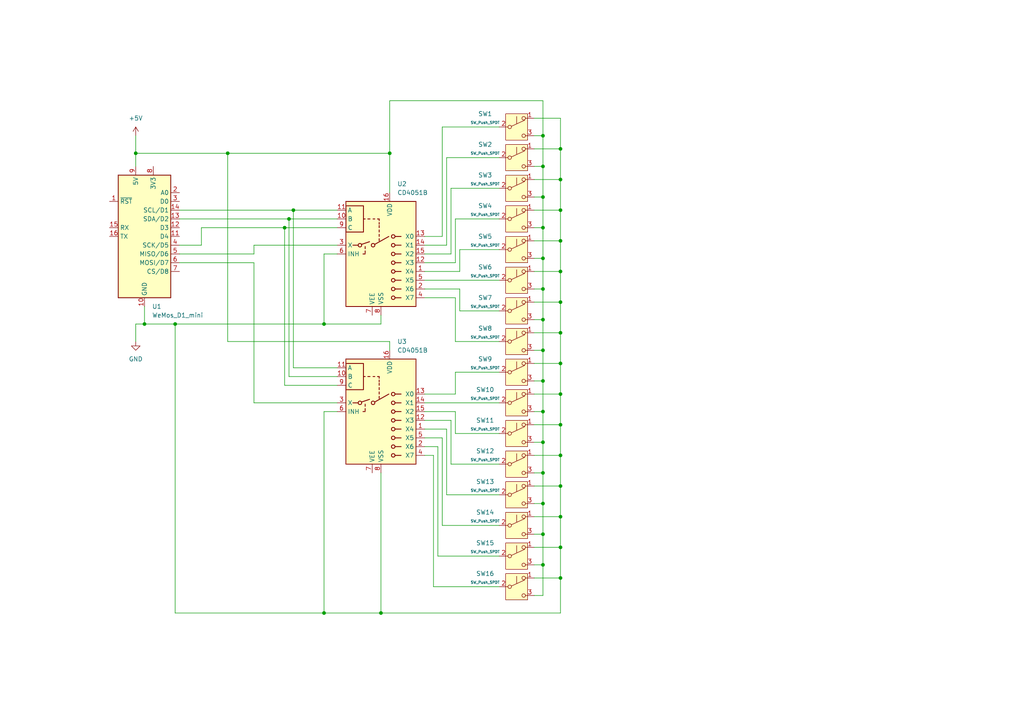
<source format=kicad_sch>
(kicad_sch (version 20231120) (generator "eeschema") (generator_version "8.0")
  (paper "A4")
  (lib_symbols
    (symbol "Analog_Switch:CD4051B"
      (property "Reference" "U" (at -10.16 16.51 0))
      (property "Value" "CD4051B" (at 3.81 16.51 0))
      (symbol "CD4051B_0_1"
        (rectangle (start -10.16 6.35) (end -5.08 13.97) (stroke (width 0.254)))
        (rectangle (start -10.16 15.24) (end 10.16 -15.24) (stroke (width 0.254)) (fill (type background)))
        (circle (center -6.096 2.54) (radius 0.508) (stroke (width 0.254)))
        (circle (center -2.286 2.54) (radius 0.508) (stroke (width 0.254)))
        (polyline (pts (xy -8.128 2.54) (xy -6.604 2.54)) (stroke (width 0.254)))
        (polyline (pts (xy -5.588 2.794) (xy -3.302 3.556)) (stroke (width 0.254)))
        (polyline (pts (xy -4.572 0) (xy -5.207 0)) (stroke (width 0.254)))
        (polyline (pts (xy -4.572 0.254) (xy -4.572 0.889)) (stroke (width 0.254)))
        (polyline (pts (xy -4.572 1.524) (xy -4.572 2.159)) (stroke (width 0.254)))
        (polyline (pts (xy -4.572 10.16) (xy -5.08 10.16)) (stroke (width 0.254)))
        (polyline (pts (xy -3.81 10.16) (xy -3.175 10.16)) (stroke (width 0.254)))
        (polyline (pts (xy -1.778 2.794) (xy 2.286 5.08)) (stroke (width 0.254)))
        (polyline (pts (xy -1.778 10.16) (xy -2.286 10.16)) (stroke (width 0.254)))
        (polyline (pts (xy -0.508 3.81) (xy -0.508 4.445)) (stroke (width 0.254)))
        (polyline (pts (xy -0.508 5.08) (xy -0.508 5.715)) (stroke (width 0.254)))
        (polyline (pts (xy -0.508 6.35) (xy -0.508 6.985)) (stroke (width 0.254)))
        (polyline (pts (xy -0.508 7.62) (xy -0.508 8.255)) (stroke (width 0.254)))
        (polyline (pts (xy -0.508 8.636) (xy -0.508 9.144)) (stroke (width 0.254)))
        (polyline (pts (xy -0.508 9.652) (xy -0.508 10.16)) (stroke (width 0.254)))
        (polyline (pts (xy -0.508 10.16) (xy -1.016 10.16)) (stroke (width 0.254)))
        (polyline (pts (xy 4.064 -12.7) (xy 5.842 -12.7)) (stroke (width 0.254)))
        (polyline (pts (xy 4.064 -10.16) (xy 5.842 -10.16)) (stroke (width 0.254)))
        (polyline (pts (xy 4.064 -7.62) (xy 5.842 -7.62)) (stroke (width 0.254)))
        (polyline (pts (xy 4.064 -5.08) (xy 5.842 -5.08)) (stroke (width 0.254)))
        (polyline (pts (xy 4.064 -2.54) (xy 5.842 -2.54)) (stroke (width 0.254)))
        (polyline (pts (xy 4.064 0) (xy 5.842 0)) (stroke (width 0.254)))
        (polyline (pts (xy 4.064 2.54) (xy 5.842 2.54)) (stroke (width 0.254)))
        (polyline (pts (xy 4.064 5.08) (xy 5.842 5.08)) (stroke (width 0.254)))
        (circle (center 3.556 -12.7) (radius 0.508) (stroke (width 0.254)))
        (circle (center 3.556 -10.16) (radius 0.508) (stroke (width 0.254)))
        (circle (center 3.556 -7.62) (radius 0.508) (stroke (width 0.254)))
        (circle (center 3.556 -5.08) (radius 0.508) (stroke (width 0.254)))
        (circle (center 3.556 -2.54) (radius 0.508) (stroke (width 0.254)))
        (circle (center 3.556 0) (radius 0.508) (stroke (width 0.254)))
        (circle (center 3.556 2.54) (radius 0.508) (stroke (width 0.254)))
        (circle (center 3.556 5.08) (radius 0.508) (stroke (width 0.254)))
      )
      (symbol "CD4051B_1_1"
        (pin bidirectional line (at 12.7 -5.08 180) (length 2.54) (name "X4") (number "1"))
        (pin input line (at -12.7 10.16 0) (length 2.54) (name "B") (number "10"))
        (pin input line (at -12.7 12.7 0) (length 2.54) (name "A") (number "11"))
        (pin bidirectional line (at 12.7 -2.54 180) (length 2.54) (name "X3") (number "12"))
        (pin bidirectional line (at 12.7 5.08 180) (length 2.54) (name "X0") (number "13"))
        (pin bidirectional line (at 12.7 2.54 180) (length 2.54) (name "X1") (number "14"))
        (pin bidirectional line (at 12.7 0 180) (length 2.54) (name "X2") (number "15"))
        (pin power_in line (at 2.54 17.78 270) (length 2.54) (name "VDD") (number "16"))
        (pin bidirectional line (at 12.7 -10.16 180) (length 2.54) (name "X6") (number "2"))
        (pin bidirectional line (at -12.7 2.54 0) (length 2.54) (name "X") (number "3"))
        (pin bidirectional line (at 12.7 -12.7 180) (length 2.54) (name "X7") (number "4"))
        (pin bidirectional line (at 12.7 -7.62 180) (length 2.54) (name "X5") (number "5"))
        (pin input line (at -12.7 0 0) (length 2.54) (name "INH") (number "6"))
        (pin power_in line (at -2.54 -17.78 90) (length 2.54) (name "VEE") (number "7"))
        (pin power_in line (at 0 -17.78 90) (length 2.54) (name "VSS") (number "8"))
        (pin input line (at -12.7 7.62 0) (length 2.54) (name "C") (number "9"))
      )
    )
    (symbol "MCU_Module:WeMos_D1_mini"
      (property "Reference" "U" (at 3.81 19.05 0))
      (property "Value" "WeMos_D1_mini" (at 1.27 -19.05 0))
      (symbol "WeMos_D1_mini_1_1"
        (rectangle (start -7.62 17.78) (end 7.62 -17.78) (stroke (width 0.254)) (fill (type background)))
        (pin input line (at -10.16 10.16 0) (length 2.54) (name "~{RST}") (number "1"))
        (pin power_in line (at 0 -20.32 90) (length 2.54) (name "GND") (number "10"))
        (pin bidirectional line (at 10.16 0 180) (length 2.54) (name "D4") (number "11"))
        (pin bidirectional line (at 10.16 2.54 180) (length 2.54) (name "D3") (number "12"))
        (pin bidirectional line (at 10.16 5.08 180) (length 2.54) (name "SDA/D2") (number "13"))
        (pin bidirectional line (at 10.16 7.62 180) (length 2.54) (name "SCL/D1") (number "14"))
        (pin input line (at -10.16 2.54 0) (length 2.54) (name "RX") (number "15"))
        (pin output line (at -10.16 0 0) (length 2.54) (name "TX") (number "16"))
        (pin input line (at 10.16 12.7 180) (length 2.54) (name "A0") (number "2"))
        (pin bidirectional line (at 10.16 10.16 180) (length 2.54) (name "D0") (number "3"))
        (pin bidirectional line (at 10.16 -2.54 180) (length 2.54) (name "SCK/D5") (number "4"))
        (pin bidirectional line (at 10.16 -5.08 180) (length 2.54) (name "MISO/D6") (number "5"))
        (pin bidirectional line (at 10.16 -7.62 180) (length 2.54) (name "MOSI/D7") (number "6"))
        (pin bidirectional line (at 10.16 -10.16 180) (length 2.54) (name "CS/D8") (number "7"))
        (pin power_out line (at 2.54 20.32 270) (length 2.54) (name "3V3") (number "8"))
        (pin power_in line (at -2.54 20.32 270) (length 2.54) (name "5V") (number "9"))
      )
    )
    (symbol "Switch:SW_Push_SPDT" (pin_names (offset 0) hide)
      (property "Reference" "SW" (at 0 5.08 0))
      (property "Value" "SW_Push_SPDT" (at 0 -5.08 0))
      (symbol "SW_Push_SPDT_0_0"
        (circle (center -2.032 0) (radius 0.508))
        (polyline (pts (xy 0 1.016) (xy 0 3.048)))
        (circle (center 2.032 -2.54) (radius 0.508))
      )
      (symbol "SW_Push_SPDT_0_1"
        (polyline (pts (xy -1.524 0.2032) (xy 2.3368 1.9812)))
        (circle (center 2.032 2.54) (radius 0.508))
      )
      (symbol "SW_Push_SPDT_1_1"
        (rectangle (start -3.175 3.81) (end 3.175 -3.81) (fill (type background)))
        (pin passive line (at 5.08 2.54 180) (length 2.54) (name "A") (number "1"))
        (pin passive line (at -5.08 0 0) (length 2.54) (name "B") (number "2"))
        (pin passive line (at 5.08 -2.54 180) (length 2.54) (name "C") (number "3"))
      )
    )
    (symbol "power:+5V" (power) (pin_numbers hide) (pin_names (offset 0) hide)
      (property "Value" "+5V" (at 0 3.556 0))
      (symbol "+5V_0_1"
        (polyline (pts (xy -0.762 1.27) (xy 0 2.54)))
        (polyline (pts (xy 0 0) (xy 0 2.54)))
        (polyline (pts (xy 0 2.54) (xy 0.762 1.27)))
      )
      (symbol "+5V_1_1"
        (pin power_in line (at 0 0 90) (length 0) (name "~") (number "1"))
      )
    )
    (symbol "power:GND" (power) (pin_numbers hide) (pin_names (offset 0) hide)
      (property "Value" "GND" (at 0 -3.81 0))
      (symbol "GND_0_1"
        (polyline (pts (xy 0 0) (xy 0 -1.27) (xy 1.27 -1.27) (xy 0 -2.54) (xy -1.27 -1.27) (xy 0 -1.27)))
      )
      (symbol "GND_1_1"
        (pin power_in line (at 0 0 270) (length 0) (name "~") (number "1"))
      )
    )
  )
  (junction (at 157.48 137.16))
  (junction (at 66.04 44.45))
  (junction (at 162.56 167.64))
  (junction (at 157.48 74.93))
  (junction (at 162.56 69.85))
  (junction (at 157.48 57.15))
  (junction (at 50.8 93.98))
  (junction (at 162.56 123.19))
  (junction (at 39.37 44.45))
  (junction (at 157.48 119.38))
  (junction (at 162.56 105.41))
  (junction (at 157.48 110.49))
  (junction (at 157.48 83.82))
  (junction (at 110.49 177.8))
  (junction (at 157.48 48.26))
  (junction (at 83.82 63.5))
  (junction (at 162.56 158.75))
  (junction (at 82.55 66.04))
  (junction (at 93.98 93.98))
  (junction (at 162.56 114.3))
  (junction (at 85.09 60.96))
  (junction (at 162.56 87.63))
  (junction (at 157.48 66.04))
  (junction (at 93.98 177.8))
  (junction (at 157.48 101.6))
  (junction (at 157.48 39.37))
  (junction (at 162.56 140.97))
  (junction (at 162.56 43.18))
  (junction (at 113.03 44.45))
  (junction (at 162.56 52.07))
  (junction (at 162.56 60.96))
  (junction (at 157.48 154.94))
  (junction (at 162.56 149.86))
  (junction (at 162.56 78.74))
  (junction (at 157.48 163.83))
  (junction (at 157.48 128.27))
  (junction (at 41.91 93.98))
  (junction (at 157.48 146.05))
  (junction (at 162.56 132.08))
  (junction (at 157.48 92.71))
  (junction (at 162.56 96.52))
  (wire (pts (xy 123.19 121.92) (xy 130.81 121.92)))
  (wire (pts (xy 162.56 78.74) (xy 162.56 87.63)))
  (wire (pts (xy 162.56 60.96) (xy 162.56 69.85)))
  (wire (pts (xy 123.19 78.74) (xy 133.35 78.74)))
  (wire (pts (xy 162.56 114.3) (xy 162.56 123.19)))
  (wire (pts (xy 157.48 39.37) (xy 157.48 48.26)))
  (wire (pts (xy 154.94 48.26) (xy 157.48 48.26)))
  (wire (pts (xy 154.94 34.29) (xy 162.56 34.29)))
  (wire (pts (xy 157.48 137.16) (xy 157.48 146.05)))
  (wire (pts (xy 128.27 36.83) (xy 144.78 36.83)))
  (wire (pts (xy 129.54 124.46) (xy 129.54 143.51)))
  (wire (pts (xy 129.54 71.12) (xy 129.54 45.72)))
  (wire (pts (xy 123.19 86.36) (xy 132.08 86.36)))
  (wire (pts (xy 154.94 87.63) (xy 162.56 87.63)))
  (wire (pts (xy 154.94 60.96) (xy 162.56 60.96)))
  (wire (pts (xy 41.91 93.98) (xy 50.8 93.98)))
  (wire (pts (xy 154.94 154.94) (xy 157.48 154.94)))
  (wire (pts (xy 157.48 29.21) (xy 157.48 39.37)))
  (wire (pts (xy 123.19 76.2) (xy 132.08 76.2)))
  (wire (pts (xy 157.48 119.38) (xy 157.48 128.27)))
  (wire (pts (xy 123.19 132.08) (xy 125.73 132.08)))
  (wire (pts (xy 154.94 172.72) (xy 157.48 172.72)))
  (wire (pts (xy 154.94 158.75) (xy 162.56 158.75)))
  (wire (pts (xy 130.81 54.61) (xy 144.78 54.61)))
  (wire (pts (xy 123.19 81.28) (xy 144.78 81.28)))
  (wire (pts (xy 154.94 114.3) (xy 162.56 114.3)))
  (wire (pts (xy 73.66 71.12) (xy 73.66 73.66)))
  (wire (pts (xy 50.8 93.98) (xy 93.98 93.98)))
  (wire (pts (xy 154.94 74.93) (xy 157.48 74.93)))
  (wire (pts (xy 144.78 143.51) (xy 129.54 143.51)))
  (wire (pts (xy 123.19 119.38) (xy 132.08 119.38)))
  (wire (pts (xy 132.08 63.5) (xy 144.78 63.5)))
  (wire (pts (xy 39.37 44.45) (xy 39.37 48.26)))
  (wire (pts (xy 123.19 127) (xy 128.27 127)))
  (wire (pts (xy 66.04 44.45) (xy 113.03 44.45)))
  (wire (pts (xy 162.56 69.85) (xy 162.56 78.74)))
  (wire (pts (xy 157.48 48.26) (xy 157.48 57.15)))
  (wire (pts (xy 157.48 66.04) (xy 157.48 74.93)))
  (wire (pts (xy 154.94 105.41) (xy 162.56 105.41)))
  (wire (pts (xy 93.98 119.38) (xy 93.98 177.8)))
  (wire (pts (xy 83.82 63.5) (xy 83.82 109.22)))
  (wire (pts (xy 157.48 57.15) (xy 157.48 66.04)))
  (wire (pts (xy 82.55 66.04) (xy 97.79 66.04)))
  (wire (pts (xy 130.81 134.62) (xy 144.78 134.62)))
  (wire (pts (xy 128.27 152.4) (xy 144.78 152.4)))
  (wire (pts (xy 113.03 29.21) (xy 157.48 29.21)))
  (wire (pts (xy 154.94 110.49) (xy 157.48 110.49)))
  (wire (pts (xy 97.79 73.66) (xy 93.98 73.66)))
  (wire (pts (xy 157.48 110.49) (xy 157.48 119.38)))
  (wire (pts (xy 162.56 34.29) (xy 162.56 43.18)))
  (wire (pts (xy 162.56 158.75) (xy 162.56 167.64)))
  (wire (pts (xy 154.94 167.64) (xy 162.56 167.64)))
  (wire (pts (xy 127 161.29) (xy 144.78 161.29)))
  (wire (pts (xy 39.37 39.37) (xy 39.37 44.45)))
  (wire (pts (xy 154.94 78.74) (xy 162.56 78.74)))
  (wire (pts (xy 52.07 71.12) (xy 58.42 71.12)))
  (wire (pts (xy 97.79 119.38) (xy 93.98 119.38)))
  (wire (pts (xy 123.19 114.3) (xy 132.08 114.3)))
  (wire (pts (xy 93.98 177.8) (xy 110.49 177.8)))
  (wire (pts (xy 154.94 137.16) (xy 157.48 137.16)))
  (wire (pts (xy 154.94 101.6) (xy 157.48 101.6)))
  (wire (pts (xy 85.09 60.96) (xy 85.09 106.68)))
  (wire (pts (xy 66.04 99.06) (xy 113.03 99.06)))
  (wire (pts (xy 52.07 63.5) (xy 83.82 63.5)))
  (wire (pts (xy 154.94 52.07) (xy 162.56 52.07)))
  (wire (pts (xy 123.19 116.84) (xy 144.78 116.84)))
  (wire (pts (xy 58.42 66.04) (xy 82.55 66.04)))
  (wire (pts (xy 157.48 39.37) (xy 154.94 39.37)))
  (wire (pts (xy 83.82 63.5) (xy 97.79 63.5)))
  (wire (pts (xy 154.94 69.85) (xy 162.56 69.85)))
  (wire (pts (xy 110.49 93.98) (xy 110.49 91.44)))
  (wire (pts (xy 154.94 57.15) (xy 157.48 57.15)))
  (wire (pts (xy 39.37 93.98) (xy 39.37 99.06)))
  (wire (pts (xy 157.48 146.05) (xy 157.48 154.94)))
  (wire (pts (xy 162.56 87.63) (xy 162.56 96.52)))
  (wire (pts (xy 130.81 121.92) (xy 130.81 134.62)))
  (wire (pts (xy 113.03 44.45) (xy 113.03 29.21)))
  (wire (pts (xy 73.66 76.2) (xy 73.66 116.84)))
  (wire (pts (xy 132.08 107.95) (xy 144.78 107.95)))
  (wire (pts (xy 132.08 119.38) (xy 132.08 125.73)))
  (wire (pts (xy 132.08 99.06) (xy 144.78 99.06)))
  (wire (pts (xy 123.19 129.54) (xy 127 129.54)))
  (wire (pts (xy 73.66 116.84) (xy 97.79 116.84)))
  (wire (pts (xy 157.48 74.93) (xy 157.48 83.82)))
  (wire (pts (xy 154.94 149.86) (xy 162.56 149.86)))
  (wire (pts (xy 41.91 88.9) (xy 41.91 93.98)))
  (wire (pts (xy 154.94 123.19) (xy 162.56 123.19)))
  (wire (pts (xy 132.08 76.2) (xy 132.08 63.5)))
  (wire (pts (xy 132.08 114.3) (xy 132.08 107.95)))
  (wire (pts (xy 133.35 83.82) (xy 133.35 90.17)))
  (wire (pts (xy 154.94 163.83) (xy 157.48 163.83)))
  (wire (pts (xy 125.73 170.18) (xy 144.78 170.18)))
  (wire (pts (xy 39.37 44.45) (xy 66.04 44.45)))
  (wire (pts (xy 97.79 109.22) (xy 83.82 109.22)))
  (wire (pts (xy 157.48 154.94) (xy 157.48 163.83)))
  (wire (pts (xy 132.08 86.36) (xy 132.08 99.06)))
  (wire (pts (xy 157.48 101.6) (xy 157.48 110.49)))
  (wire (pts (xy 157.48 83.82) (xy 157.48 92.71)))
  (wire (pts (xy 93.98 73.66) (xy 93.98 93.98)))
  (wire (pts (xy 154.94 43.18) (xy 162.56 43.18)))
  (wire (pts (xy 154.94 119.38) (xy 157.48 119.38)))
  (wire (pts (xy 162.56 96.52) (xy 162.56 105.41)))
  (wire (pts (xy 129.54 45.72) (xy 144.78 45.72)))
  (wire (pts (xy 52.07 76.2) (xy 73.66 76.2)))
  (wire (pts (xy 157.48 128.27) (xy 157.48 137.16)))
  (wire (pts (xy 162.56 140.97) (xy 162.56 149.86)))
  (wire (pts (xy 73.66 71.12) (xy 97.79 71.12)))
  (wire (pts (xy 162.56 52.07) (xy 162.56 60.96)))
  (wire (pts (xy 154.94 140.97) (xy 162.56 140.97)))
  (wire (pts (xy 123.19 124.46) (xy 129.54 124.46)))
  (wire (pts (xy 110.49 177.8) (xy 162.56 177.8)))
  (wire (pts (xy 154.94 96.52) (xy 162.56 96.52)))
  (wire (pts (xy 128.27 127) (xy 128.27 152.4)))
  (wire (pts (xy 154.94 128.27) (xy 157.48 128.27)))
  (wire (pts (xy 97.79 106.68) (xy 85.09 106.68)))
  (wire (pts (xy 66.04 44.45) (xy 66.04 99.06)))
  (wire (pts (xy 162.56 43.18) (xy 162.56 52.07)))
  (wire (pts (xy 50.8 93.98) (xy 50.8 177.8)))
  (wire (pts (xy 58.42 66.04) (xy 58.42 71.12)))
  (wire (pts (xy 162.56 123.19) (xy 162.56 132.08)))
  (wire (pts (xy 132.08 125.73) (xy 144.78 125.73)))
  (wire (pts (xy 97.79 111.76) (xy 82.55 111.76)))
  (wire (pts (xy 52.07 73.66) (xy 73.66 73.66)))
  (wire (pts (xy 133.35 78.74) (xy 133.35 72.39)))
  (wire (pts (xy 85.09 60.96) (xy 97.79 60.96)))
  (wire (pts (xy 52.07 60.96) (xy 85.09 60.96)))
  (wire (pts (xy 133.35 72.39) (xy 144.78 72.39)))
  (wire (pts (xy 130.81 73.66) (xy 130.81 54.61)))
  (wire (pts (xy 123.19 68.58) (xy 128.27 68.58)))
  (wire (pts (xy 123.19 71.12) (xy 129.54 71.12)))
  (wire (pts (xy 125.73 132.08) (xy 125.73 170.18)))
  (wire (pts (xy 157.48 92.71) (xy 157.48 101.6)))
  (wire (pts (xy 128.27 68.58) (xy 128.27 36.83)))
  (wire (pts (xy 110.49 137.16) (xy 110.49 177.8)))
  (wire (pts (xy 154.94 83.82) (xy 157.48 83.82)))
  (wire (pts (xy 50.8 177.8) (xy 93.98 177.8)))
  (wire (pts (xy 157.48 163.83) (xy 157.48 172.72)))
  (wire (pts (xy 154.94 146.05) (xy 157.48 146.05)))
  (wire (pts (xy 127 129.54) (xy 127 161.29)))
  (wire (pts (xy 154.94 92.71) (xy 157.48 92.71)))
  (wire (pts (xy 162.56 149.86) (xy 162.56 158.75)))
  (wire (pts (xy 154.94 66.04) (xy 157.48 66.04)))
  (wire (pts (xy 162.56 167.64) (xy 162.56 177.8)))
  (wire (pts (xy 154.94 132.08) (xy 162.56 132.08)))
  (wire (pts (xy 113.03 44.45) (xy 113.03 55.88)))
  (wire (pts (xy 133.35 90.17) (xy 144.78 90.17)))
  (wire (pts (xy 113.03 99.06) (xy 113.03 101.6)))
  (wire (pts (xy 123.19 83.82) (xy 133.35 83.82)))
  (wire (pts (xy 93.98 93.98) (xy 110.49 93.98)))
  (wire (pts (xy 162.56 105.41) (xy 162.56 114.3)))
  (wire (pts (xy 82.55 66.04) (xy 82.55 111.76)))
  (wire (pts (xy 162.56 132.08) (xy 162.56 140.97)))
  (wire (pts (xy 41.91 93.98) (xy 39.37 93.98)))
  (wire (pts (xy 123.19 73.66) (xy 130.81 73.66)))
  (symbol (lib_id "Switch:SW_Push_SPDT") (at 149.86 54.61 0) (unit 1)
    (property "Reference" "SW3" (at 140.716 50.8 0))
    (property "Value" "SW_Push_SPDT" (at 140.716 53.34 0) (effects (font (size 0.762 0.762))))
    (property "Description" "Momentary Switch, single pole double throw" (effects (hide yes)))
  )
  (symbol (lib_id "Analog_Switch:CD4051B") (at 110.49 119.38 0) (unit 1)
    (property "Reference" "U3" (at 115.2241 99.06 0) (effects (justify left)))
    (property "Value" "CD4051B" (at 115.2241 101.6 0) (effects (justify left)))
    (property "Datasheet" "http://www.ti.com/lit/ds/symlink/cd4052b.pdf" (effects (hide yes)))
    (property "Description" "CMOS single 8-channel analog multiplexer demultiplexer, TSSOP-16/DIP-16/SOIC-16" (effects (hide yes)))
  )
  (symbol (lib_id "Switch:SW_Push_SPDT") (at 149.86 170.18 0) (unit 1)
    (property "Reference" "SW16" (at 140.716 166.37 0))
    (property "Value" "SW_Push_SPDT" (at 140.716 168.91 0) (effects (font (size 0.762 0.762))))
    (property "Description" "Momentary Switch, single pole double throw" (effects (hide yes)))
  )
  (symbol (lib_id "Switch:SW_Push_SPDT") (at 149.86 152.4 0) (unit 1)
    (property "Reference" "SW14" (at 140.716 148.59 0))
    (property "Value" "SW_Push_SPDT" (at 140.716 151.13 0) (effects (font (size 0.762 0.762))))
    (property "Description" "Momentary Switch, single pole double throw" (effects (hide yes)))
  )
  (symbol (lib_id "Switch:SW_Push_SPDT") (at 149.86 116.84 0) (unit 1)
    (property "Reference" "SW10" (at 140.716 113.03 0))
    (property "Value" "SW_Push_SPDT" (at 140.716 115.57 0) (effects (font (size 0.762 0.762))))
    (property "Description" "Momentary Switch, single pole double throw" (effects (hide yes)))
  )
  (symbol (lib_id "Switch:SW_Push_SPDT") (at 149.86 63.5 0) (unit 1)
    (property "Reference" "SW4" (at 140.716 59.69 0))
    (property "Value" "SW_Push_SPDT" (at 140.716 62.23 0) (effects (font (size 0.762 0.762))))
    (property "Description" "Momentary Switch, single pole double throw" (effects (hide yes)))
  )
  (symbol (lib_id "Switch:SW_Push_SPDT") (at 149.86 107.95 0) (unit 1)
    (property "Reference" "SW9" (at 140.716 104.14 0))
    (property "Value" "SW_Push_SPDT" (at 140.716 106.68 0) (effects (font (size 0.762 0.762))))
    (property "Description" "Momentary Switch, single pole double throw" (effects (hide yes)))
  )
  (symbol (lib_id "Switch:SW_Push_SPDT") (at 149.86 134.62 0) (unit 1)
    (property "Reference" "SW12" (at 140.716 130.81 0))
    (property "Value" "SW_Push_SPDT" (at 140.716 133.35 0) (effects (font (size 0.762 0.762))))
    (property "Description" "Momentary Switch, single pole double throw" (effects (hide yes)))
  )
  (symbol (lib_id "Switch:SW_Push_SPDT") (at 149.86 90.17 0) (unit 1)
    (property "Reference" "SW7" (at 140.716 86.36 0))
    (property "Value" "SW_Push_SPDT" (at 140.716 88.9 0) (effects (font (size 0.762 0.762))))
    (property "Description" "Momentary Switch, single pole double throw" (effects (hide yes)))
  )
  (symbol (lib_id "Switch:SW_Push_SPDT") (at 149.86 45.72 0) (unit 1)
    (property "Reference" "SW2" (at 140.716 41.91 0))
    (property "Value" "SW_Push_SPDT" (at 140.716 44.45 0) (effects (font (size 0.762 0.762))))
    (property "Description" "Momentary Switch, single pole double throw" (effects (hide yes)))
  )
  (symbol (lib_id "Switch:SW_Push_SPDT") (at 149.86 72.39 0) (unit 1)
    (property "Reference" "SW5" (at 140.716 68.58 0))
    (property "Value" "SW_Push_SPDT" (at 140.716 71.12 0) (effects (font (size 0.762 0.762))))
    (property "Description" "Momentary Switch, single pole double throw" (effects (hide yes)))
  )
  (symbol (lib_id "Switch:SW_Push_SPDT") (at 149.86 99.06 0) (unit 1)
    (property "Reference" "SW8" (at 140.716 95.25 0))
    (property "Value" "SW_Push_SPDT" (at 140.716 97.79 0) (effects (font (size 0.762 0.762))))
    (property "Description" "Momentary Switch, single pole double throw" (effects (hide yes)))
  )
  (symbol (lib_id "Switch:SW_Push_SPDT") (at 149.86 125.73 0) (unit 1)
    (property "Reference" "SW11" (at 140.716 121.92 0))
    (property "Value" "SW_Push_SPDT" (at 140.716 124.46 0) (effects (font (size 0.762 0.762))))
    (property "Description" "Momentary Switch, single pole double throw" (effects (hide yes)))
  )
  (symbol (lib_id "Switch:SW_Push_SPDT") (at 149.86 161.29 0) (unit 1)
    (property "Reference" "SW15" (at 140.716 157.48 0))
    (property "Value" "SW_Push_SPDT" (at 140.716 160.02 0) (effects (font (size 0.762 0.762))))
    (property "Description" "Momentary Switch, single pole double throw" (effects (hide yes)))
  )
  (symbol (lib_id "power:+5V") (at 39.37 39.37 0) (unit 1)
    (property "Reference" "#PWR01" (effects (hide yes)))
    (property "Value" "+5V" (at 39.37 34.29 0))
    (property "Description" "Power symbol creates a global label with name \"+5V\"" (effects (hide yes)))
  )
  (symbol (lib_id "Switch:SW_Push_SPDT") (at 149.86 36.83 0) (unit 1)
    (property "Reference" "SW1" (at 140.716 33.02 0))
    (property "Value" "SW_Push_SPDT" (at 140.716 35.56 0) (effects (font (size 0.762 0.762))))
    (property "Description" "Momentary Switch, single pole double throw" (effects (hide yes)))
  )
  (symbol (lib_id "MCU_Module:WeMos_D1_mini") (at 41.91 68.58 0) (unit 1)
    (property "Reference" "U1" (at 44.1041 88.9 0) (effects (justify left)))
    (property "Value" "WeMos_D1_mini" (at 44.1041 91.44 0) (effects (justify left)))
    (property "Footprint" "Module:WEMOS_D1_mini_light" (effects (hide yes)))
    (property "Datasheet" "https://wiki.wemos.cc/products:d1:d1_mini#documentation" (effects (hide yes)))
    (property "Description" "32-bit microcontroller module with WiFi" (effects (hide yes)))
  )
  (symbol (lib_id "Switch:SW_Push_SPDT") (at 149.86 81.28 0) (unit 1)
    (property "Reference" "SW6" (at 140.716 77.47 0))
    (property "Value" "SW_Push_SPDT" (at 140.716 80.01 0) (effects (font (size 0.762 0.762))))
    (property "Description" "Momentary Switch, single pole double throw" (effects (hide yes)))
  )
  (symbol (lib_id "power:GND") (at 39.37 99.06 0) (unit 1)
    (property "Reference" "#PWR02" (effects (hide yes)))
    (property "Value" "GND" (at 39.37 104.14 0))
    (property "Description" "Power symbol creates a global label with name \"GND\" , ground" (effects (hide yes)))
  )
  (symbol (lib_id "Analog_Switch:CD4051B") (at 110.49 73.66 0) (unit 1)
    (property "Reference" "U2" (at 115.2241 53.34 0) (effects (justify left)))
    (property "Value" "CD4051B" (at 115.2241 55.88 0) (effects (justify left)))
    (property "Datasheet" "http://www.ti.com/lit/ds/symlink/cd4052b.pdf" (effects (hide yes)))
    (property "Description" "CMOS single 8-channel analog multiplexer demultiplexer, TSSOP-16/DIP-16/SOIC-16" (effects (hide yes)))
  )
  (symbol (lib_id "Switch:SW_Push_SPDT") (at 149.86 143.51 0) (unit 1)
    (property "Reference" "SW13" (at 140.716 139.7 0))
    (property "Value" "SW_Push_SPDT" (at 140.716 142.24 0) (effects (font (size 0.762 0.762))))
    (property "Description" "Momentary Switch, single pole double throw" (effects (hide yes)))
  )
)
</source>
